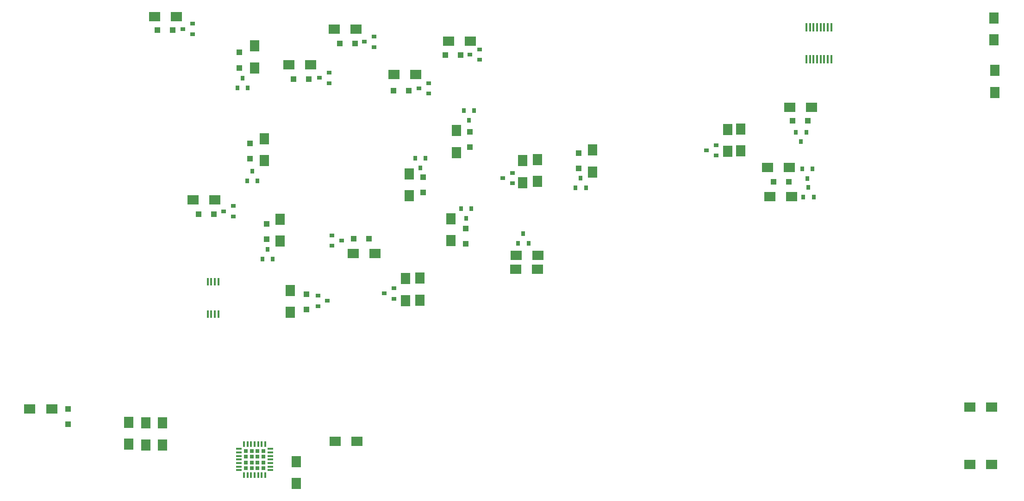
<source format=gtp>
G04 #@! TF.GenerationSoftware,KiCad,Pcbnew,(5.1.2)-2*
G04 #@! TF.CreationDate,2019-08-05T18:25:16-04:00*
G04 #@! TF.ProjectId,LooperPCB,4c6f6f70-6572-4504-9342-2e6b69636164,rev?*
G04 #@! TF.SameCoordinates,Original*
G04 #@! TF.FileFunction,Paste,Top*
G04 #@! TF.FilePolarity,Positive*
%FSLAX46Y46*%
G04 Gerber Fmt 4.6, Leading zero omitted, Abs format (unit mm)*
G04 Created by KiCad (PCBNEW (5.1.2)-2) date 2019-08-05 18:25:16*
%MOMM*%
%LPD*%
G04 APERTURE LIST*
%ADD10R,1.000000X0.370000*%
%ADD11R,0.370000X1.000000*%
%ADD12R,0.637500X0.637500*%
%ADD13R,1.100000X1.100000*%
%ADD14R,0.972000X0.802000*%
%ADD15R,0.802000X0.972000*%
%ADD16R,2.000000X1.700000*%
%ADD17R,1.700000X2.000000*%
%ADD18R,0.450000X1.500000*%
%ADD19R,0.450000X1.450000*%
G04 APERTURE END LIST*
D10*
X98450000Y-148750000D03*
X98450000Y-149400000D03*
X98450000Y-150050000D03*
X98450000Y-150700000D03*
X98450000Y-151350000D03*
X98450000Y-152000000D03*
X98450000Y-152650000D03*
D11*
X99350000Y-153550000D03*
X100000000Y-153550000D03*
X100650000Y-153550000D03*
X101300000Y-153550000D03*
X101950000Y-153550000D03*
X102600000Y-153550000D03*
X103250000Y-153550000D03*
D10*
X104150000Y-152650000D03*
X104150000Y-152000000D03*
X104150000Y-151350000D03*
X104150000Y-150700000D03*
X104150000Y-150050000D03*
X104150000Y-149400000D03*
X104150000Y-148750000D03*
D11*
X103250000Y-147850000D03*
X102600000Y-147850000D03*
X101950000Y-147850000D03*
X101300000Y-147850000D03*
X100650000Y-147850000D03*
X100000000Y-147850000D03*
X99350000Y-147850000D03*
D12*
X102893750Y-152293750D03*
X102893750Y-151231250D03*
X102893750Y-150168750D03*
X102893750Y-149106250D03*
X101831250Y-152293750D03*
X101831250Y-151231250D03*
X101831250Y-150168750D03*
X101831250Y-149106250D03*
X100768750Y-152293750D03*
X100768750Y-151231250D03*
X100768750Y-150168750D03*
X100768750Y-149106250D03*
X99706250Y-152293750D03*
X99706250Y-151231250D03*
X99706250Y-150168750D03*
X99706250Y-149106250D03*
D13*
X83500000Y-72100000D03*
X86300000Y-72100000D03*
X98500000Y-76200000D03*
X98500000Y-79000000D03*
X100500000Y-92800000D03*
X100500000Y-95600000D03*
X122200000Y-110300000D03*
X119400000Y-110300000D03*
X160550000Y-94650000D03*
X160550000Y-97450000D03*
X91050000Y-105750000D03*
X93850000Y-105750000D03*
X139900000Y-111200000D03*
X139900000Y-108400000D03*
X132100000Y-101800000D03*
X132100000Y-99000000D03*
X108450000Y-81050000D03*
X111250000Y-81050000D03*
X103500000Y-107600000D03*
X103500000Y-110400000D03*
X116850000Y-74550000D03*
X119650000Y-74550000D03*
X126700000Y-83200000D03*
X129500000Y-83200000D03*
X136200000Y-76700000D03*
X139000000Y-76700000D03*
X140700000Y-93500000D03*
X140700000Y-90700000D03*
X67200000Y-144200000D03*
X67200000Y-141400000D03*
X110750000Y-120450000D03*
X110750000Y-123250000D03*
X196200000Y-99900000D03*
X199000000Y-99900000D03*
X202500000Y-88700000D03*
X199700000Y-88700000D03*
D14*
X88215000Y-71900000D03*
X89985000Y-72850000D03*
X89985000Y-70950000D03*
D15*
X99100000Y-80915000D03*
X98150000Y-82685000D03*
X100050000Y-82685000D03*
X100900000Y-97915000D03*
X99950000Y-99685000D03*
X101850000Y-99685000D03*
D14*
X117185000Y-110600000D03*
X115415000Y-109650000D03*
X115415000Y-111550000D03*
D15*
X160950000Y-99165000D03*
X160000000Y-100935000D03*
X161900000Y-100935000D03*
D14*
X95665000Y-105250000D03*
X97435000Y-106200000D03*
X97435000Y-104300000D03*
D15*
X140000000Y-106585000D03*
X140950000Y-104815000D03*
X139050000Y-104815000D03*
X131600000Y-97285000D03*
X132550000Y-95515000D03*
X130650000Y-95515000D03*
D14*
X113165000Y-80850000D03*
X114935000Y-81800000D03*
X114935000Y-79900000D03*
D15*
X103700000Y-112215000D03*
X102750000Y-113985000D03*
X104650000Y-113985000D03*
D14*
X121365000Y-74250000D03*
X123135000Y-75200000D03*
X123135000Y-73300000D03*
X131365000Y-82750000D03*
X133135000Y-83700000D03*
X133135000Y-81800000D03*
X140715000Y-76600000D03*
X142485000Y-77550000D03*
X142485000Y-75650000D03*
D15*
X140500000Y-88585000D03*
X141450000Y-86815000D03*
X139550000Y-86815000D03*
D14*
X114635000Y-121650000D03*
X112865000Y-120700000D03*
X112865000Y-122600000D03*
D15*
X202600000Y-100915000D03*
X201650000Y-102685000D03*
X203550000Y-102685000D03*
X202400000Y-99285000D03*
X203350000Y-97515000D03*
X201450000Y-97515000D03*
X201250000Y-92535000D03*
X202200000Y-90765000D03*
X200300000Y-90765000D03*
D14*
X125015000Y-120300000D03*
X126785000Y-121250000D03*
X126785000Y-119350000D03*
X183915000Y-94100000D03*
X185685000Y-95050000D03*
X185685000Y-93150000D03*
X146715000Y-99200000D03*
X148485000Y-100150000D03*
X148485000Y-98250000D03*
D15*
X150450000Y-109365000D03*
X149500000Y-111135000D03*
X151400000Y-111135000D03*
D16*
X87000000Y-69600000D03*
X83000000Y-69600000D03*
D17*
X101300000Y-79000000D03*
X101300000Y-75000000D03*
X103100000Y-96000000D03*
X103100000Y-92000000D03*
D16*
X119300000Y-113000000D03*
X123300000Y-113000000D03*
D17*
X163150000Y-98050000D03*
X163150000Y-94050000D03*
D16*
X94050000Y-103150000D03*
X90050000Y-103150000D03*
D17*
X137200000Y-106600000D03*
X137200000Y-110600000D03*
X129600000Y-98400000D03*
X129600000Y-102400000D03*
D16*
X111550000Y-78450000D03*
X107550000Y-78450000D03*
D17*
X106000000Y-110700000D03*
X106000000Y-106700000D03*
D16*
X119850000Y-71950000D03*
X115850000Y-71950000D03*
X130750000Y-80250000D03*
X126750000Y-80250000D03*
X140800000Y-74100000D03*
X136800000Y-74100000D03*
D17*
X138200000Y-90500000D03*
X138200000Y-94500000D03*
D16*
X236100000Y-141100000D03*
X232100000Y-141100000D03*
X232100000Y-151600000D03*
X236100000Y-151600000D03*
D17*
X236500000Y-69900000D03*
X236500000Y-73900000D03*
X236700000Y-83500000D03*
X236700000Y-79500000D03*
X84500000Y-144000000D03*
X84500000Y-148000000D03*
D16*
X64200000Y-141400000D03*
X60200000Y-141400000D03*
D17*
X107850000Y-119750000D03*
X107850000Y-123750000D03*
D16*
X199500000Y-102600000D03*
X195500000Y-102600000D03*
X195100000Y-97200000D03*
X199100000Y-97200000D03*
X203200000Y-86200000D03*
X199200000Y-86200000D03*
D17*
X128900000Y-121600000D03*
X128900000Y-117600000D03*
X131500000Y-121500000D03*
X131500000Y-117500000D03*
X187800000Y-94298000D03*
X187800000Y-90298000D03*
X190200000Y-94200000D03*
X190200000Y-90200000D03*
X150300000Y-100000000D03*
X150300000Y-96000000D03*
X153000000Y-99800000D03*
X153000000Y-95800000D03*
D16*
X149150000Y-113350000D03*
X153150000Y-113350000D03*
X149050000Y-115850000D03*
X153050000Y-115850000D03*
X120000000Y-147400000D03*
X116000000Y-147400000D03*
D17*
X108900000Y-151100000D03*
X108900000Y-155100000D03*
X81400000Y-148000000D03*
X81400000Y-144000000D03*
X78300000Y-147900000D03*
X78300000Y-143900000D03*
D18*
X206775000Y-71550000D03*
X206125000Y-71550000D03*
X205475000Y-71550000D03*
X204825000Y-71550000D03*
X204175000Y-71550000D03*
X203525000Y-71550000D03*
X202875000Y-71550000D03*
X202225000Y-71550000D03*
X202225000Y-77450000D03*
X202875000Y-77450000D03*
X203525000Y-77450000D03*
X204175000Y-77450000D03*
X204825000Y-77450000D03*
X205475000Y-77450000D03*
X206125000Y-77450000D03*
X206775000Y-77450000D03*
D19*
X92725000Y-124050000D03*
X93375000Y-124050000D03*
X94025000Y-124050000D03*
X94675000Y-124050000D03*
X94675000Y-118150000D03*
X94025000Y-118150000D03*
X93375000Y-118150000D03*
X92725000Y-118150000D03*
M02*

</source>
